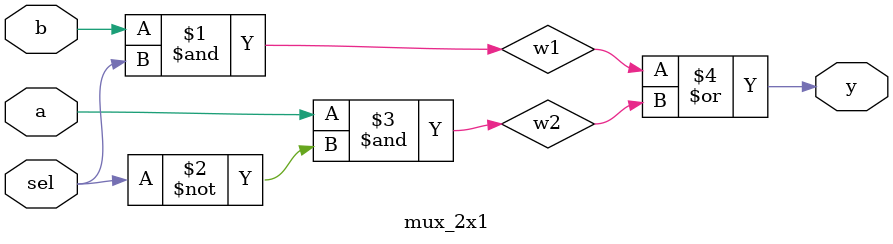
<source format=v>
`timescale 1ns / 1ps


module mux_2x1(a,b,sel,y);
input a,b,sel;
output y;
wire w1, w2;

assign w1 = b & sel;
assign w2 = a & (~sel);
assign y = w1 | w2;

endmodule

</source>
